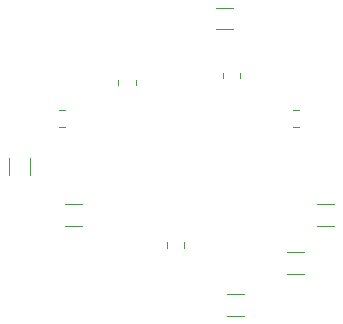
<source format=gbr>
%TF.GenerationSoftware,KiCad,Pcbnew,(6.0.8)*%
%TF.CreationDate,2023-04-11T21:19:58-04:00*%
%TF.ProjectId,Rat_NEST_v1,5261745f-4e45-4535-945f-76312e6b6963,rev?*%
%TF.SameCoordinates,Original*%
%TF.FileFunction,Legend,Bot*%
%TF.FilePolarity,Positive*%
%FSLAX46Y46*%
G04 Gerber Fmt 4.6, Leading zero omitted, Abs format (unit mm)*
G04 Created by KiCad (PCBNEW (6.0.8)) date 2023-04-11 21:19:58*
%MOMM*%
%LPD*%
G01*
G04 APERTURE LIST*
%ADD10C,0.120000*%
G04 APERTURE END LIST*
D10*
%TO.C,REF\u002A\u002A*%
X147093000Y-112006748D02*
X147093000Y-112529252D01*
X148563000Y-112006748D02*
X148563000Y-112529252D01*
X153287400Y-97715336D02*
X153287400Y-98169464D01*
X151817400Y-97715336D02*
X151817400Y-98169464D01*
X153635064Y-118258000D02*
X152180936Y-118258000D01*
X153635064Y-116438000D02*
X152180936Y-116438000D01*
X139919064Y-110638000D02*
X138464936Y-110638000D01*
X139919064Y-108818000D02*
X138464936Y-108818000D01*
X138437252Y-100865000D02*
X137914748Y-100865000D01*
X138437252Y-102335000D02*
X137914748Y-102335000D01*
X158249252Y-100865000D02*
X157726748Y-100865000D01*
X158249252Y-102335000D02*
X157726748Y-102335000D01*
X133710000Y-106391064D02*
X133710000Y-104936936D01*
X135530000Y-106391064D02*
X135530000Y-104936936D01*
X144448200Y-98324936D02*
X144448200Y-98779064D01*
X142978200Y-98324936D02*
X142978200Y-98779064D01*
X152720664Y-94026400D02*
X151266536Y-94026400D01*
X152720664Y-92206400D02*
X151266536Y-92206400D01*
X158699252Y-112882000D02*
X157276748Y-112882000D01*
X158699252Y-114702000D02*
X157276748Y-114702000D01*
X159800936Y-108818000D02*
X161255064Y-108818000D01*
X159800936Y-110638000D02*
X161255064Y-110638000D01*
%TD*%
M02*

</source>
